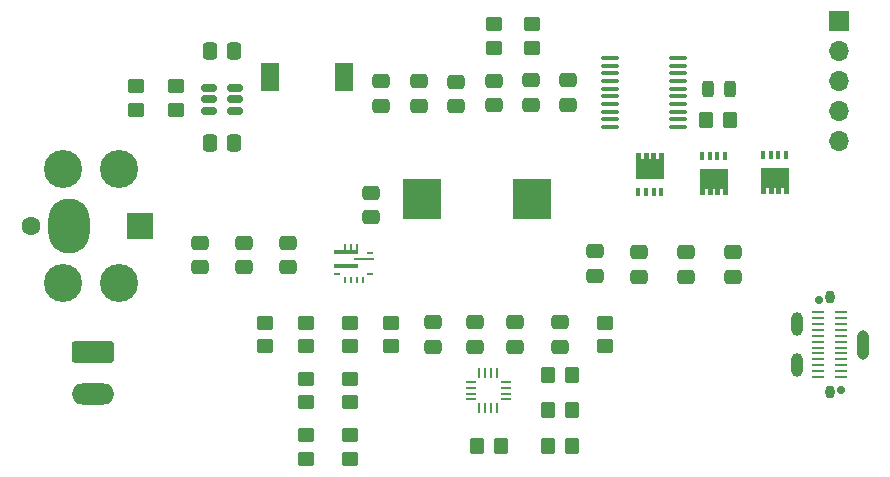
<source format=gbr>
%TF.GenerationSoftware,KiCad,Pcbnew,9.0.0*%
%TF.CreationDate,2025-07-25T14:40:04+02:00*%
%TF.ProjectId,usb_c_pd_source,7573625f-635f-4706-945f-736f75726365,rev?*%
%TF.SameCoordinates,Original*%
%TF.FileFunction,Soldermask,Top*%
%TF.FilePolarity,Negative*%
%FSLAX46Y46*%
G04 Gerber Fmt 4.6, Leading zero omitted, Abs format (unit mm)*
G04 Created by KiCad (PCBNEW 9.0.0) date 2025-07-25 14:40:04*
%MOMM*%
%LPD*%
G01*
G04 APERTURE LIST*
G04 Aperture macros list*
%AMRoundRect*
0 Rectangle with rounded corners*
0 $1 Rounding radius*
0 $2 $3 $4 $5 $6 $7 $8 $9 X,Y pos of 4 corners*
0 Add a 4 corners polygon primitive as box body*
4,1,4,$2,$3,$4,$5,$6,$7,$8,$9,$2,$3,0*
0 Add four circle primitives for the rounded corners*
1,1,$1+$1,$2,$3*
1,1,$1+$1,$4,$5*
1,1,$1+$1,$6,$7*
1,1,$1+$1,$8,$9*
0 Add four rect primitives between the rounded corners*
20,1,$1+$1,$2,$3,$4,$5,0*
20,1,$1+$1,$4,$5,$6,$7,0*
20,1,$1+$1,$6,$7,$8,$9,0*
20,1,$1+$1,$8,$9,$2,$3,0*%
%AMFreePoly0*
4,1,17,1.395000,0.765000,0.855000,0.765000,0.855000,0.535000,1.395000,0.535000,1.395000,0.115000,0.855000,0.115000,0.855000,-0.115000,1.395000,-0.115000,1.395000,-0.535000,0.855000,-0.535000,0.855000,-0.765000,1.395000,-0.765000,1.395000,-1.185000,-0.855000,-1.185000,-0.855000,1.185000,1.395000,1.185000,1.395000,0.765000,1.395000,0.765000,$1*%
G04 Aperture macros list end*
%ADD10RoundRect,0.250000X-0.337500X-0.475000X0.337500X-0.475000X0.337500X0.475000X-0.337500X0.475000X0*%
%ADD11RoundRect,0.250000X0.350000X0.450000X-0.350000X0.450000X-0.350000X-0.450000X0.350000X-0.450000X0*%
%ADD12RoundRect,0.250000X-0.450000X0.350000X-0.450000X-0.350000X0.450000X-0.350000X0.450000X0.350000X0*%
%ADD13RoundRect,0.250000X-0.475000X0.337500X-0.475000X-0.337500X0.475000X-0.337500X0.475000X0.337500X0*%
%ADD14RoundRect,0.250000X0.450000X-0.350000X0.450000X0.350000X-0.450000X0.350000X-0.450000X-0.350000X0*%
%ADD15RoundRect,0.250000X0.337500X0.475000X-0.337500X0.475000X-0.337500X-0.475000X0.337500X-0.475000X0*%
%ADD16R,1.500000X2.400000*%
%ADD17RoundRect,0.250000X-1.550000X0.650000X-1.550000X-0.650000X1.550000X-0.650000X1.550000X0.650000X0*%
%ADD18O,3.600000X1.800000*%
%ADD19RoundRect,0.250000X0.475000X-0.337500X0.475000X0.337500X-0.475000X0.337500X-0.475000X-0.337500X0*%
%ADD20RoundRect,0.105000X0.105000X-0.245000X0.105000X0.245000X-0.105000X0.245000X-0.105000X-0.245000X0*%
%ADD21FreePoly0,90.000000*%
%ADD22RoundRect,0.062500X-0.062500X0.350000X-0.062500X-0.350000X0.062500X-0.350000X0.062500X0.350000X0*%
%ADD23RoundRect,0.062500X-0.350000X0.062500X-0.350000X-0.062500X0.350000X-0.062500X0.350000X0.062500X0*%
%ADD24RoundRect,0.243750X0.243750X0.456250X-0.243750X0.456250X-0.243750X-0.456250X0.243750X-0.456250X0*%
%ADD25RoundRect,0.250000X-0.350000X-0.450000X0.350000X-0.450000X0.350000X0.450000X-0.350000X0.450000X0*%
%ADD26RoundRect,0.100000X-0.637500X-0.100000X0.637500X-0.100000X0.637500X0.100000X-0.637500X0.100000X0*%
%ADD27C,1.600000*%
%ADD28R,2.250000X2.250000*%
%ADD29C,3.225000*%
%ADD30O,3.500000X4.650000*%
%ADD31RoundRect,0.150000X-0.512500X-0.150000X0.512500X-0.150000X0.512500X0.150000X-0.512500X0.150000X0*%
%ADD32R,3.250000X3.400000*%
%ADD33RoundRect,0.105000X-0.105000X0.245000X-0.105000X-0.245000X0.105000X-0.245000X0.105000X0.245000X0*%
%ADD34FreePoly0,270.000000*%
%ADD35R,1.700000X1.700000*%
%ADD36O,1.700000X1.700000*%
%ADD37R,0.250000X0.600000*%
%ADD38R,0.600000X0.250000*%
%ADD39R,1.700000X0.250000*%
%ADD40R,2.100000X0.400000*%
%ADD41R,0.250000X0.560000*%
%ADD42C,0.700000*%
%ADD43R,1.050000X0.280000*%
%ADD44O,0.800000X1.100000*%
%ADD45O,1.000000X2.000000*%
%ADD46O,1.000000X2.500000*%
G04 APERTURE END LIST*
D10*
%TO.C,C6*%
X83362500Y-114000000D03*
X85437500Y-114000000D03*
%TD*%
D11*
%TO.C,R18*%
X114000000Y-144400000D03*
X112000000Y-144400000D03*
%TD*%
D12*
%TO.C,R4*%
X98750000Y-137000000D03*
X98750000Y-139000000D03*
%TD*%
D13*
%TO.C,C20*%
X109200000Y-136962500D03*
X109200000Y-139037500D03*
%TD*%
D14*
%TO.C,R15*%
X116800000Y-139000000D03*
X116800000Y-137000000D03*
%TD*%
D15*
%TO.C,C1*%
X85437500Y-121800000D03*
X83362500Y-121800000D03*
%TD*%
D16*
%TO.C,L1*%
X88450000Y-116200000D03*
X94750000Y-116200000D03*
%TD*%
D11*
%TO.C,R17*%
X114000000Y-141400000D03*
X112000000Y-141400000D03*
%TD*%
D12*
%TO.C,R10*%
X91500000Y-146500000D03*
X91500000Y-148500000D03*
%TD*%
D17*
%TO.C,J2*%
X73500000Y-139505000D03*
D18*
X73500000Y-143005000D03*
%TD*%
D19*
%TO.C,C14*%
X116000000Y-133037500D03*
X116000000Y-130962500D03*
%TD*%
D13*
%TO.C,C5*%
X102250000Y-136962500D03*
X102250000Y-139037500D03*
%TD*%
%TO.C,C18*%
X105800000Y-136962500D03*
X105800000Y-139037500D03*
%TD*%
D12*
%TO.C,R2*%
X77100000Y-117000000D03*
X77100000Y-119000000D03*
%TD*%
D20*
%TO.C,Q1*%
X119660000Y-125920000D03*
X120310000Y-125920000D03*
X120960000Y-125920000D03*
X121610000Y-125920000D03*
D21*
X120635000Y-123965000D03*
%TD*%
D19*
%TO.C,C7*%
X97850000Y-118637500D03*
X97850000Y-116562500D03*
%TD*%
D22*
%TO.C,U4*%
X107700000Y-141287500D03*
X107200000Y-141287500D03*
X106700000Y-141287500D03*
X106200000Y-141287500D03*
D23*
X105487500Y-142000000D03*
X105487500Y-142500000D03*
X105487500Y-143000000D03*
X105487500Y-143500000D03*
D22*
X106200000Y-144212500D03*
X106700000Y-144212500D03*
X107200000Y-144212500D03*
X107700000Y-144212500D03*
D23*
X108412500Y-143500000D03*
X108412500Y-143000000D03*
X108412500Y-142500000D03*
X108412500Y-142000000D03*
%TD*%
D19*
%TO.C,C16*%
X123700000Y-133100000D03*
X123700000Y-131025000D03*
%TD*%
D12*
%TO.C,R13*%
X110650000Y-111700000D03*
X110650000Y-113700000D03*
%TD*%
D13*
%TO.C,C8*%
X97000000Y-126000000D03*
X97000000Y-128075000D03*
%TD*%
D12*
%TO.C,R11*%
X95250000Y-146500000D03*
X95250000Y-148500000D03*
%TD*%
D24*
%TO.C,D1*%
X127387500Y-117200000D03*
X125512500Y-117200000D03*
%TD*%
D12*
%TO.C,R12*%
X107450000Y-111700000D03*
X107450000Y-113700000D03*
%TD*%
D13*
%TO.C,C19*%
X113000000Y-136962500D03*
X113000000Y-139037500D03*
%TD*%
D25*
%TO.C,R14*%
X106000000Y-147400000D03*
X108000000Y-147400000D03*
%TD*%
D13*
%TO.C,C13*%
X113700000Y-116487500D03*
X113700000Y-118562500D03*
%TD*%
D26*
%TO.C,U3*%
X117275000Y-114575000D03*
X117275000Y-115225000D03*
X117275000Y-115875000D03*
X117275000Y-116525000D03*
X117275000Y-117175000D03*
X117275000Y-117825000D03*
X117275000Y-118475000D03*
X117275000Y-119125000D03*
X117275000Y-119775000D03*
X117275000Y-120425000D03*
X123000000Y-120425000D03*
X123000000Y-119775000D03*
X123000000Y-119125000D03*
X123000000Y-118475000D03*
X123000000Y-117825000D03*
X123000000Y-117175000D03*
X123000000Y-116525000D03*
X123000000Y-115875000D03*
X123000000Y-115225000D03*
X123000000Y-114575000D03*
%TD*%
D12*
%TO.C,R1*%
X88000000Y-137000000D03*
X88000000Y-139000000D03*
%TD*%
%TO.C,R8*%
X95200000Y-141750000D03*
X95200000Y-143750000D03*
%TD*%
D27*
%TO.C,J1*%
X68200000Y-128800000D03*
D28*
X77450000Y-128800000D03*
D29*
X75650000Y-124000000D03*
X70950000Y-124000000D03*
D30*
X71450000Y-128800000D03*
D29*
X75650000Y-133600000D03*
X70950000Y-133600000D03*
%TD*%
D13*
%TO.C,C11*%
X107400000Y-116525000D03*
X107400000Y-118600000D03*
%TD*%
D19*
%TO.C,C15*%
X119700000Y-133100000D03*
X119700000Y-131025000D03*
%TD*%
D31*
%TO.C,U1*%
X83262500Y-117150000D03*
X83262500Y-118100000D03*
X83262500Y-119050000D03*
X85537500Y-119050000D03*
X85537500Y-118100000D03*
X85537500Y-117150000D03*
%TD*%
D11*
%TO.C,R16*%
X114000000Y-147400000D03*
X112000000Y-147400000D03*
%TD*%
D12*
%TO.C,R9*%
X91500000Y-141750000D03*
X91500000Y-143750000D03*
%TD*%
D14*
%TO.C,R3*%
X80500000Y-119000000D03*
X80500000Y-117000000D03*
%TD*%
D13*
%TO.C,C4*%
X82500000Y-130212500D03*
X82500000Y-132287500D03*
%TD*%
D32*
%TO.C,L2*%
X101350000Y-126500000D03*
X110650000Y-126500000D03*
%TD*%
D13*
%TO.C,C10*%
X104200000Y-116587500D03*
X104200000Y-118662500D03*
%TD*%
%TO.C,C3*%
X86250000Y-130212500D03*
X86250000Y-132287500D03*
%TD*%
D33*
%TO.C,Q2*%
X127000000Y-122900000D03*
X126350000Y-122900000D03*
X125700000Y-122900000D03*
X125050000Y-122900000D03*
D34*
X126025000Y-124855000D03*
%TD*%
D11*
%TO.C,R5*%
X127400000Y-119800000D03*
X125400000Y-119800000D03*
%TD*%
D12*
%TO.C,R7*%
X95200000Y-137000000D03*
X95200000Y-139000000D03*
%TD*%
D19*
%TO.C,C17*%
X127700000Y-133100000D03*
X127700000Y-131025000D03*
%TD*%
D14*
%TO.C,R6*%
X91500000Y-139000000D03*
X91500000Y-137000000D03*
%TD*%
D33*
%TO.C,Q3*%
X132160000Y-122820000D03*
X131510000Y-122820000D03*
X130860000Y-122820000D03*
X130210000Y-122820000D03*
D34*
X131185000Y-124775000D03*
%TD*%
D13*
%TO.C,C2*%
X90000000Y-130212500D03*
X90000000Y-132287500D03*
%TD*%
%TO.C,C9*%
X101050000Y-116562500D03*
X101050000Y-118637500D03*
%TD*%
D35*
%TO.C,J3*%
X136600000Y-111480000D03*
D36*
X136600000Y-114020000D03*
X136600000Y-116560000D03*
X136600000Y-119100000D03*
X136600000Y-121640000D03*
%TD*%
D13*
%TO.C,C12*%
X110600000Y-116487500D03*
X110600000Y-118562500D03*
%TD*%
D37*
%TO.C,U2*%
X94800000Y-133370000D03*
X95300000Y-133370000D03*
X95800000Y-133370000D03*
X96300000Y-133370000D03*
D38*
X96950000Y-132900000D03*
D39*
X96400000Y-131600000D03*
D38*
X96950000Y-131100000D03*
D40*
X94900000Y-131020000D03*
D41*
X94800000Y-130550000D03*
X95300000Y-130550000D03*
X95800000Y-130550000D03*
D40*
X94900000Y-132180000D03*
D38*
X94150000Y-132900000D03*
%TD*%
D42*
%TO.C,J4*%
X136825000Y-142660000D03*
X134925000Y-135040000D03*
D43*
X134900000Y-136100000D03*
X134900000Y-136600000D03*
X134900000Y-137100000D03*
X134900000Y-137600000D03*
X134900000Y-138100000D03*
X134900000Y-138600000D03*
X134900000Y-139100000D03*
X134900000Y-139600000D03*
X134900000Y-140100000D03*
X134900000Y-140600000D03*
X134900000Y-141100000D03*
X134900000Y-141600000D03*
X136850000Y-141600000D03*
X136850000Y-141100000D03*
X136850000Y-140600000D03*
X136850000Y-140100000D03*
X136850000Y-139600000D03*
X136850000Y-139100000D03*
X136850000Y-138600000D03*
X136850000Y-138100000D03*
X136850000Y-137600000D03*
X136850000Y-137100000D03*
X136850000Y-136600000D03*
X136850000Y-136100000D03*
D44*
X135875000Y-142860000D03*
D45*
X133075000Y-140600000D03*
D46*
X138675000Y-138850000D03*
D45*
X133075000Y-137100000D03*
D44*
X135875000Y-134840000D03*
%TD*%
M02*

</source>
